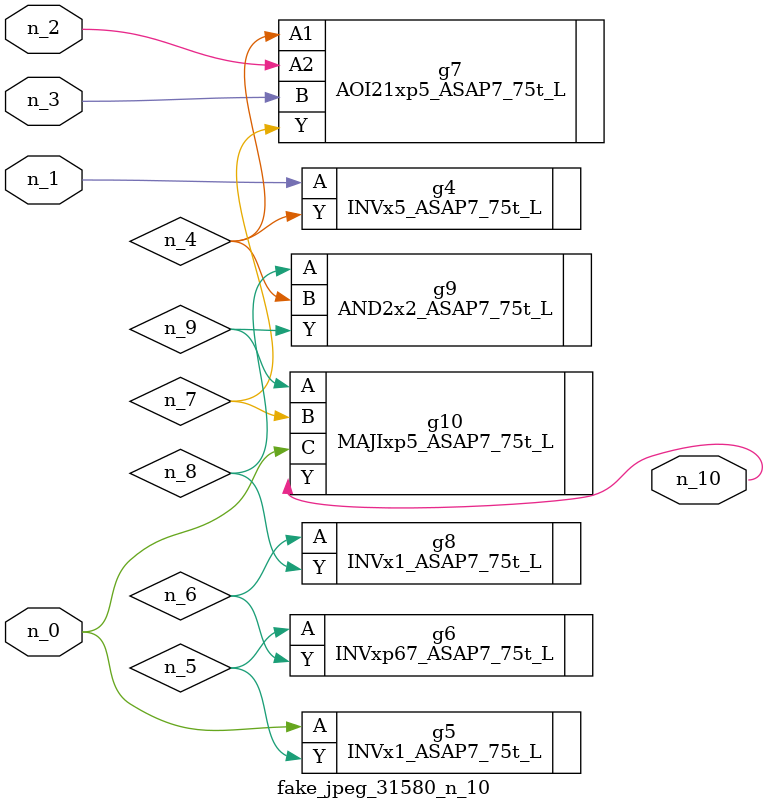
<source format=v>
module fake_jpeg_31580_n_10 (n_0, n_3, n_2, n_1, n_10);

input n_0;
input n_3;
input n_2;
input n_1;

output n_10;

wire n_4;
wire n_8;
wire n_9;
wire n_6;
wire n_5;
wire n_7;

INVx5_ASAP7_75t_L g4 ( 
.A(n_1),
.Y(n_4)
);

INVx1_ASAP7_75t_L g5 ( 
.A(n_0),
.Y(n_5)
);

INVxp67_ASAP7_75t_L g6 ( 
.A(n_5),
.Y(n_6)
);

INVx1_ASAP7_75t_L g8 ( 
.A(n_6),
.Y(n_8)
);

AOI21xp5_ASAP7_75t_L g7 ( 
.A1(n_4),
.A2(n_2),
.B(n_3),
.Y(n_7)
);

AND2x2_ASAP7_75t_L g9 ( 
.A(n_8),
.B(n_4),
.Y(n_9)
);

MAJIxp5_ASAP7_75t_L g10 ( 
.A(n_9),
.B(n_7),
.C(n_0),
.Y(n_10)
);


endmodule
</source>
